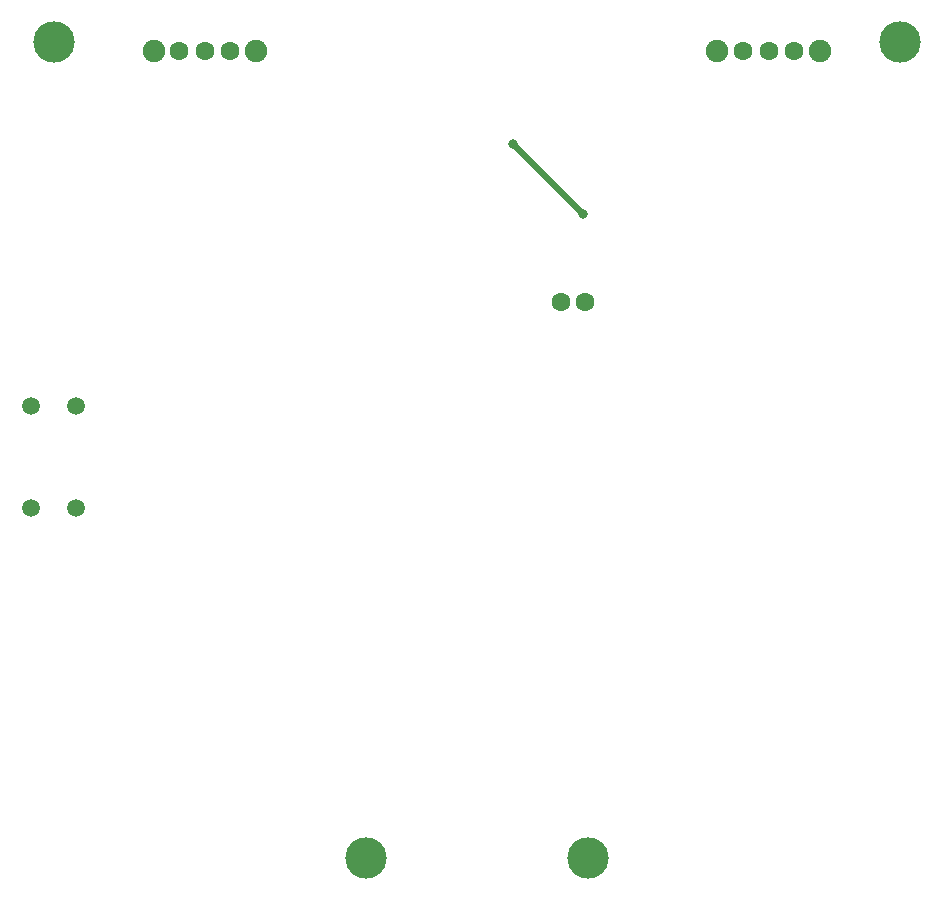
<source format=gbr>
G04 #@! TF.GenerationSoftware,KiCad,Pcbnew,5.0.2+dfsg1-1~bpo9+1*
G04 #@! TF.CreationDate,2019-09-03T10:55:47+01:00*
G04 #@! TF.ProjectId,retro_zero+a_power_board,72657472-6f5f-47a6-9572-6f2b615f706f,rev?*
G04 #@! TF.SameCoordinates,Original*
G04 #@! TF.FileFunction,Copper,L2,Bot*
G04 #@! TF.FilePolarity,Positive*
%FSLAX46Y46*%
G04 Gerber Fmt 4.6, Leading zero omitted, Abs format (unit mm)*
G04 Created by KiCad (PCBNEW 5.0.2+dfsg1-1~bpo9+1) date Tue 03 Sep 2019 10:55:47 BST*
%MOMM*%
%LPD*%
G01*
G04 APERTURE LIST*
G04 #@! TA.AperFunction,ComponentPad*
%ADD10C,3.500000*%
G04 #@! TD*
G04 #@! TA.AperFunction,ComponentPad*
%ADD11C,1.600000*%
G04 #@! TD*
G04 #@! TA.AperFunction,ComponentPad*
%ADD12C,1.900000*%
G04 #@! TD*
G04 #@! TA.AperFunction,ComponentPad*
%ADD13C,1.500000*%
G04 #@! TD*
G04 #@! TA.AperFunction,ViaPad*
%ADD14C,0.800000*%
G04 #@! TD*
G04 #@! TA.AperFunction,Conductor*
%ADD15C,0.500000*%
G04 #@! TD*
G04 APERTURE END LIST*
D10*
G04 #@! TO.P,U5,1*
G04 #@! TO.N,Net-(U5-Pad1)*
X182829200Y-44081700D03*
G04 #@! TD*
G04 #@! TO.P,U6,1*
G04 #@! TO.N,Net-(U6-Pad1)*
X111252000Y-44081700D03*
G04 #@! TD*
G04 #@! TO.P,U7,1*
G04 #@! TO.N,Net-(U7-Pad1)*
X137617200Y-113182400D03*
G04 #@! TD*
G04 #@! TO.P,U8,1*
G04 #@! TO.N,Net-(U8-Pad1)*
X156464000Y-113182400D03*
G04 #@! TD*
D11*
G04 #@! TO.P,SW1,1*
G04 #@! TO.N,Net-(SW1-Pad1)*
X169595800Y-44831000D03*
G04 #@! TO.P,SW1,2*
G04 #@! TO.N,Net-(J1-Pad1)*
X171754800Y-44831000D03*
G04 #@! TO.P,SW1,3*
G04 #@! TO.N,Net-(SW1-Pad3)*
X173913800Y-44831000D03*
D12*
G04 #@! TO.P,SW1,4*
G04 #@! TO.N,N/C*
X167411400Y-44831000D03*
X176123600Y-44831000D03*
G04 #@! TD*
G04 #@! TO.P,SW2,4*
G04 #@! TO.N,N/C*
X128384300Y-44843700D03*
X119672100Y-44843700D03*
D11*
G04 #@! TO.P,SW2,3*
G04 #@! TO.N,Net-(SW2-Pad3)*
X126174500Y-44843700D03*
G04 #@! TO.P,SW2,2*
G04 #@! TO.N,Net-(SW2-Pad2)*
X124015500Y-44843700D03*
G04 #@! TO.P,SW2,1*
G04 #@! TO.N,Net-(SW2-Pad1)*
X121856500Y-44843700D03*
G04 #@! TD*
G04 #@! TO.P,U1,1*
G04 #@! TO.N,Net-(J1-Pad4)*
X156159200Y-66116200D03*
G04 #@! TO.P,U1,2*
G04 #@! TO.N,Net-(SW1-Pad3)*
X154127200Y-66116200D03*
G04 #@! TD*
D13*
G04 #@! TO.P,U3,1*
G04 #@! TO.N,Net-(R1-Pad1)*
X113118900Y-74904600D03*
X113118900Y-83540600D03*
X109321600Y-83540600D03*
X109321600Y-74904600D03*
G04 #@! TD*
D14*
G04 #@! TO.N,Net-(J1-Pad1)*
X156044900Y-58661300D03*
X150139400Y-52730400D03*
G04 #@! TD*
D15*
G04 #@! TO.N,Net-(J1-Pad1)*
X150139400Y-52755800D02*
X150139400Y-52730400D01*
X156044900Y-58661300D02*
X150139400Y-52755800D01*
G04 #@! TD*
M02*

</source>
